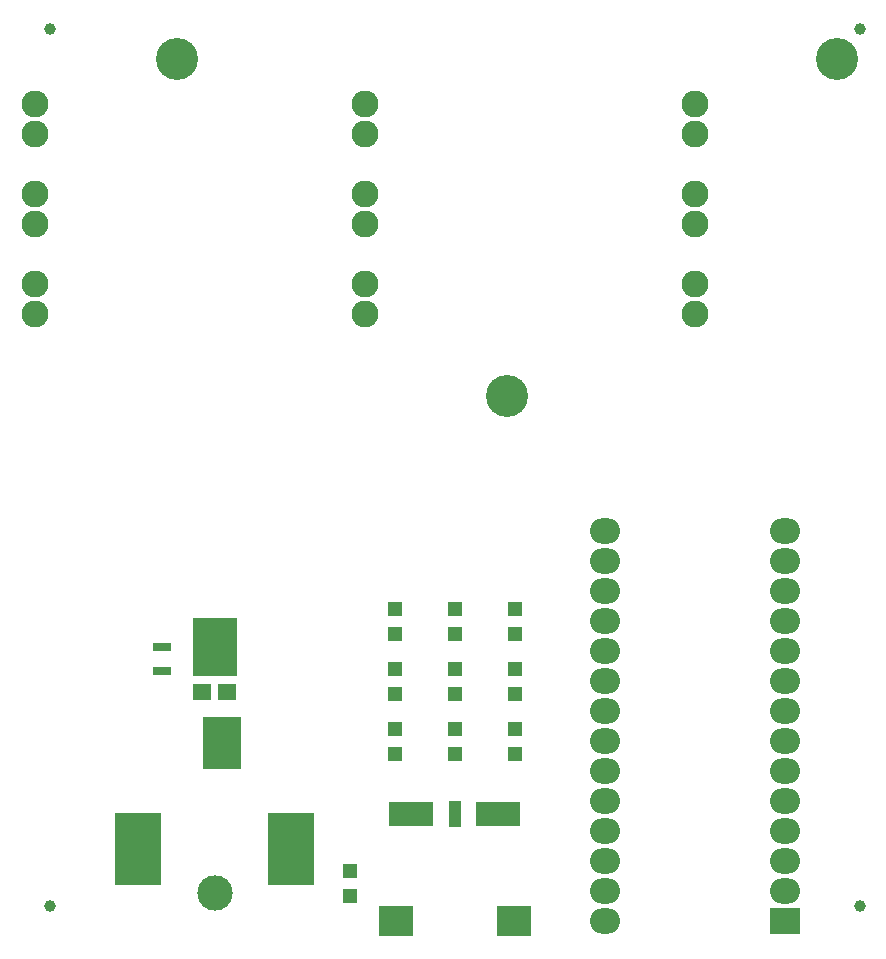
<source format=gts>
%TF.GenerationSoftware,KiCad,Pcbnew,5.1.8-db9833491~87~ubuntu20.04.1*%
%TF.CreationDate,2020-11-19T10:17:09-05:00*%
%TF.ProjectId,y_arena_odor_controller,795f6172-656e-4615-9f6f-646f725f636f,1.3*%
%TF.SameCoordinates,Original*%
%TF.FileFunction,Soldermask,Top*%
%TF.FilePolarity,Negative*%
%FSLAX46Y46*%
G04 Gerber Fmt 4.6, Leading zero omitted, Abs format (unit mm)*
G04 Created by KiCad (PCBNEW 5.1.8-db9833491~87~ubuntu20.04.1) date 2020-11-19 10:17:09*
%MOMM*%
%LPD*%
G01*
G04 APERTURE LIST*
%ADD10C,2.286000*%
%ADD11O,2.540000X2.184400*%
%ADD12R,2.540000X2.184400*%
%ADD13R,3.810000X2.030000*%
%ADD14R,1.020000X2.290000*%
%ADD15R,2.999999X2.500000*%
%ADD16C,3.000000*%
%ADD17R,3.900000X6.200000*%
%ADD18R,3.300000X4.400000*%
%ADD19R,1.193800X1.193800*%
%ADD20C,1.000000*%
%ADD21C,3.556000*%
%ADD22R,1.600200X0.787400*%
%ADD23R,1.600000X1.440000*%
%ADD24R,3.800000X4.960000*%
G04 APERTURE END LIST*
D10*
%TO.C,S1*%
X52705000Y-75565000D03*
X52705000Y-78105000D03*
%TD*%
%TO.C,S2*%
X52705000Y-67945000D03*
X52705000Y-70485000D03*
%TD*%
%TO.C,S3*%
X52705000Y-60325000D03*
X52705000Y-62865000D03*
%TD*%
%TO.C,S4*%
X80645000Y-75565000D03*
X80645000Y-78105000D03*
%TD*%
%TO.C,S5*%
X80645000Y-67945000D03*
X80645000Y-70485000D03*
%TD*%
%TO.C,S6*%
X80645000Y-60325000D03*
X80645000Y-62865000D03*
%TD*%
%TO.C,S7*%
X108585000Y-75565000D03*
X108585000Y-78105000D03*
%TD*%
%TO.C,S8*%
X108585000Y-67945000D03*
X108585000Y-70485000D03*
%TD*%
%TO.C,S9*%
X108585000Y-60325000D03*
X108585000Y-62865000D03*
%TD*%
D11*
%TO.C,TEENSY1*%
X100965000Y-129540000D03*
X100965000Y-127000000D03*
X100965000Y-124460000D03*
X100965000Y-121920000D03*
X100965000Y-119380000D03*
X100965000Y-116840000D03*
X100965000Y-114300000D03*
X100965000Y-111760000D03*
X100965000Y-109220000D03*
X100965000Y-106680000D03*
X100965000Y-104140000D03*
X100965000Y-101600000D03*
X100965000Y-99060000D03*
X100965000Y-96520000D03*
X116205000Y-96520000D03*
X116205000Y-99060000D03*
X116205000Y-101600000D03*
X116205000Y-104140000D03*
X116205000Y-106680000D03*
X116205000Y-109220000D03*
X116205000Y-111760000D03*
X116205000Y-114300000D03*
X116205000Y-116840000D03*
X116205000Y-119380000D03*
X116205000Y-121920000D03*
X116205000Y-124460000D03*
X116205000Y-127000000D03*
D12*
X116205000Y-129540000D03*
%TD*%
D13*
%TO.C,SW1*%
X84580000Y-120470000D03*
X91950000Y-120470000D03*
D14*
X88265000Y-120470000D03*
D15*
X93265000Y-129540000D03*
X83265000Y-129540000D03*
%TD*%
D16*
%TO.C,P1*%
X67945000Y-127175000D03*
D17*
X74395000Y-123375000D03*
X61495000Y-123375000D03*
D18*
X68595000Y-114425000D03*
%TD*%
D19*
%TO.C,L2*%
X83185000Y-113245900D03*
X83185000Y-115354100D03*
%TD*%
%TO.C,L3*%
X83185000Y-108165900D03*
X83185000Y-110274100D03*
%TD*%
%TO.C,L4*%
X83185000Y-103085900D03*
X83185000Y-105194100D03*
%TD*%
%TO.C,L5*%
X88265000Y-113245900D03*
X88265000Y-115354100D03*
%TD*%
%TO.C,L6*%
X88265000Y-108165900D03*
X88265000Y-110274100D03*
%TD*%
%TO.C,L7*%
X88265000Y-103085900D03*
X88265000Y-105194100D03*
%TD*%
%TO.C,L8*%
X93345000Y-113245900D03*
X93345000Y-115354100D03*
%TD*%
%TO.C,L9*%
X93345000Y-108165900D03*
X93345000Y-110274100D03*
%TD*%
%TO.C,L10*%
X93345000Y-103085900D03*
X93345000Y-105194100D03*
%TD*%
%TO.C,L1*%
X79375000Y-125310900D03*
X79375000Y-127419100D03*
%TD*%
D20*
%TO.C,FID1*%
X53975000Y-53975000D03*
%TD*%
%TO.C,FID2*%
X122555000Y-53975000D03*
%TD*%
%TO.C,FID3*%
X122555000Y-128270000D03*
%TD*%
%TO.C,FID4*%
X53975000Y-128270000D03*
%TD*%
D21*
%TO.C,MH1*%
X92710000Y-85090000D03*
%TD*%
%TO.C,MH2*%
X64770000Y-56515000D03*
%TD*%
%TO.C,MH3*%
X120650000Y-56515000D03*
%TD*%
D22*
%TO.C,C1*%
X63500000Y-108356400D03*
X63500000Y-106273600D03*
%TD*%
D23*
%TO.C,D1*%
X66880000Y-110095000D03*
X69010000Y-110095000D03*
D24*
X67945000Y-106295000D03*
%TD*%
M02*

</source>
